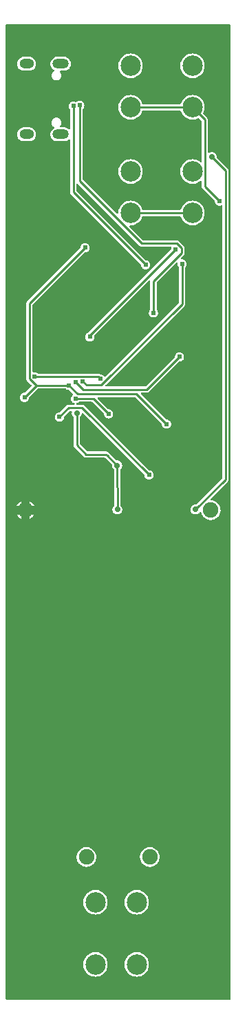
<source format=gbl>
G04 Layer: BottomLayer*
G04 EasyEDA v6.5.47, 2024-12-16 18:16:38*
G04 268b8e850bac467aae997c2779a4d6d9,381f0eae51a44e099b53e3fe18832c3b,10*
G04 Gerber Generator version 0.2*
G04 Scale: 100 percent, Rotated: No, Reflected: No *
G04 Dimensions in millimeters *
G04 leading zeros omitted , absolute positions ,4 integer and 5 decimal *
%FSLAX45Y45*%
%MOMM*%

%ADD10C,0.2540*%
%ADD11C,2.5000*%
%ADD12C,1.9000*%
%ADD13O,1.9999959999999999X1.1999976*%
%ADD14O,1.7999964X1.1999976*%
%ADD15C,0.7110*%
%ADD16C,0.6096*%
%ADD17C,0.0153*%

%LPD*%
G36*
X734568Y127508D02*
G01*
X730656Y128270D01*
X727405Y130505D01*
X725170Y133756D01*
X724408Y137668D01*
X724408Y12067032D01*
X725170Y12070943D01*
X727405Y12074194D01*
X730656Y12076430D01*
X734568Y12077192D01*
X3481832Y12077192D01*
X3485743Y12076430D01*
X3488994Y12074194D01*
X3491229Y12070943D01*
X3491992Y12067032D01*
X3491992Y137668D01*
X3491229Y133756D01*
X3488994Y130505D01*
X3485743Y128270D01*
X3481832Y127508D01*
G37*

%LPC*%
G36*
X1828800Y407924D02*
G01*
X1845716Y408838D01*
X1862378Y411683D01*
X1878634Y416356D01*
X1894281Y422859D01*
X1909064Y431038D01*
X1922881Y440842D01*
X1935480Y452120D01*
X1946757Y464718D01*
X1956562Y478535D01*
X1964740Y493318D01*
X1971243Y508965D01*
X1975916Y525221D01*
X1978761Y541883D01*
X1979675Y558800D01*
X1978761Y575716D01*
X1975916Y592378D01*
X1971243Y608634D01*
X1964740Y624281D01*
X1956562Y639064D01*
X1946757Y652881D01*
X1935480Y665480D01*
X1922881Y676757D01*
X1909064Y686562D01*
X1894281Y694740D01*
X1878634Y701243D01*
X1862378Y705916D01*
X1845716Y708761D01*
X1828800Y709676D01*
X1811883Y708761D01*
X1795221Y705916D01*
X1778965Y701243D01*
X1763318Y694740D01*
X1748536Y686562D01*
X1734718Y676757D01*
X1722120Y665480D01*
X1710842Y652881D01*
X1701038Y639064D01*
X1692859Y624281D01*
X1686356Y608634D01*
X1681683Y592378D01*
X1678838Y575716D01*
X1677924Y558800D01*
X1678838Y541883D01*
X1681683Y525221D01*
X1686356Y508965D01*
X1692859Y493318D01*
X1701038Y478535D01*
X1710842Y464718D01*
X1722120Y452120D01*
X1734718Y440842D01*
X1748536Y431038D01*
X1763318Y422859D01*
X1778965Y416356D01*
X1795221Y411683D01*
X1811883Y408838D01*
G37*
G36*
X2336800Y407924D02*
G01*
X2353716Y408838D01*
X2370378Y411683D01*
X2386634Y416356D01*
X2402281Y422859D01*
X2417064Y431038D01*
X2430881Y440842D01*
X2443480Y452120D01*
X2454757Y464718D01*
X2464562Y478535D01*
X2472740Y493318D01*
X2479243Y508965D01*
X2483916Y525221D01*
X2486761Y541883D01*
X2487676Y558800D01*
X2486761Y575716D01*
X2483916Y592378D01*
X2479243Y608634D01*
X2472740Y624281D01*
X2464562Y639064D01*
X2454757Y652881D01*
X2443480Y665480D01*
X2430881Y676757D01*
X2417064Y686562D01*
X2402281Y694740D01*
X2386634Y701243D01*
X2370378Y705916D01*
X2353716Y708761D01*
X2336800Y709676D01*
X2319883Y708761D01*
X2303221Y705916D01*
X2286965Y701243D01*
X2271318Y694740D01*
X2256536Y686562D01*
X2242718Y676757D01*
X2230120Y665480D01*
X2218842Y652881D01*
X2209038Y639064D01*
X2200859Y624281D01*
X2194356Y608634D01*
X2189683Y592378D01*
X2186838Y575716D01*
X2185924Y558800D01*
X2186838Y541883D01*
X2189683Y525221D01*
X2194356Y508965D01*
X2200859Y493318D01*
X2209038Y478535D01*
X2218842Y464718D01*
X2230120Y452120D01*
X2242718Y440842D01*
X2256536Y431038D01*
X2271318Y422859D01*
X2286965Y416356D01*
X2303221Y411683D01*
X2319883Y408838D01*
G37*
G36*
X1828800Y1169924D02*
G01*
X1845716Y1170838D01*
X1862378Y1173683D01*
X1878634Y1178356D01*
X1894281Y1184859D01*
X1909064Y1193038D01*
X1922881Y1202842D01*
X1935480Y1214120D01*
X1946757Y1226718D01*
X1956562Y1240536D01*
X1964740Y1255318D01*
X1971243Y1270965D01*
X1975916Y1287221D01*
X1978761Y1303883D01*
X1979675Y1320800D01*
X1978761Y1337716D01*
X1975916Y1354378D01*
X1971243Y1370634D01*
X1964740Y1386281D01*
X1956562Y1401064D01*
X1946757Y1414881D01*
X1935480Y1427480D01*
X1922881Y1438757D01*
X1909064Y1448562D01*
X1894281Y1456740D01*
X1878634Y1463243D01*
X1862378Y1467916D01*
X1845716Y1470761D01*
X1828800Y1471676D01*
X1811883Y1470761D01*
X1795221Y1467916D01*
X1778965Y1463243D01*
X1763318Y1456740D01*
X1748536Y1448562D01*
X1734718Y1438757D01*
X1722120Y1427480D01*
X1710842Y1414881D01*
X1701038Y1401064D01*
X1692859Y1386281D01*
X1686356Y1370634D01*
X1681683Y1354378D01*
X1678838Y1337716D01*
X1677924Y1320800D01*
X1678838Y1303883D01*
X1681683Y1287221D01*
X1686356Y1270965D01*
X1692859Y1255318D01*
X1701038Y1240536D01*
X1710842Y1226718D01*
X1722120Y1214120D01*
X1734718Y1202842D01*
X1748536Y1193038D01*
X1763318Y1184859D01*
X1778965Y1178356D01*
X1795221Y1173683D01*
X1811883Y1170838D01*
G37*
G36*
X2336800Y1169924D02*
G01*
X2353716Y1170838D01*
X2370378Y1173683D01*
X2386634Y1178356D01*
X2402281Y1184859D01*
X2417064Y1193038D01*
X2430881Y1202842D01*
X2443480Y1214120D01*
X2454757Y1226718D01*
X2464562Y1240536D01*
X2472740Y1255318D01*
X2479243Y1270965D01*
X2483916Y1287221D01*
X2486761Y1303883D01*
X2487676Y1320800D01*
X2486761Y1337716D01*
X2483916Y1354378D01*
X2479243Y1370634D01*
X2472740Y1386281D01*
X2464562Y1401064D01*
X2454757Y1414881D01*
X2443480Y1427480D01*
X2430881Y1438757D01*
X2417064Y1448562D01*
X2402281Y1456740D01*
X2386634Y1463243D01*
X2370378Y1467916D01*
X2353716Y1470761D01*
X2336800Y1471676D01*
X2319883Y1470761D01*
X2303221Y1467916D01*
X2286965Y1463243D01*
X2271318Y1456740D01*
X2256536Y1448562D01*
X2242718Y1438757D01*
X2230120Y1427480D01*
X2218842Y1414881D01*
X2209038Y1401064D01*
X2200859Y1386281D01*
X2194356Y1370634D01*
X2189683Y1354378D01*
X2186838Y1337716D01*
X2185924Y1320800D01*
X2186838Y1303883D01*
X2189683Y1287221D01*
X2194356Y1270965D01*
X2200859Y1255318D01*
X2209038Y1240536D01*
X2218842Y1226718D01*
X2230120Y1214120D01*
X2242718Y1202842D01*
X2256536Y1193038D01*
X2271318Y1184859D01*
X2286965Y1178356D01*
X2303221Y1173683D01*
X2319883Y1170838D01*
G37*
G36*
X1710740Y1754835D02*
G01*
X1725625Y1754835D01*
X1740407Y1756664D01*
X1754835Y1760321D01*
X1768703Y1765706D01*
X1781810Y1772716D01*
X1794002Y1781302D01*
X1804974Y1791360D01*
X1814677Y1802638D01*
X1822907Y1815084D01*
X1829511Y1828393D01*
X1834489Y1842414D01*
X1837639Y1856943D01*
X1839010Y1871776D01*
X1838553Y1886661D01*
X1836267Y1901393D01*
X1832203Y1915668D01*
X1826412Y1929384D01*
X1818944Y1942287D01*
X1810004Y1954174D01*
X1799640Y1964842D01*
X1788058Y1974189D01*
X1775358Y1982012D01*
X1761845Y1988210D01*
X1747672Y1992731D01*
X1733042Y1995474D01*
X1718208Y1996389D01*
X1703324Y1995474D01*
X1688693Y1992731D01*
X1674520Y1988210D01*
X1661007Y1982012D01*
X1648358Y1974189D01*
X1636725Y1964842D01*
X1626412Y1954174D01*
X1617421Y1942287D01*
X1609953Y1929384D01*
X1604162Y1915668D01*
X1600098Y1901393D01*
X1597812Y1886661D01*
X1597355Y1871776D01*
X1598726Y1856943D01*
X1601927Y1842414D01*
X1606854Y1828393D01*
X1613509Y1815084D01*
X1621739Y1802638D01*
X1631391Y1791360D01*
X1642414Y1781302D01*
X1654556Y1772716D01*
X1667662Y1765706D01*
X1681530Y1760321D01*
X1695957Y1756664D01*
G37*
G36*
X2490724Y1754835D02*
G01*
X2505608Y1754835D01*
X2520391Y1756664D01*
X2534818Y1760321D01*
X2548737Y1765706D01*
X2561844Y1772716D01*
X2573985Y1781302D01*
X2584958Y1791360D01*
X2594660Y1802638D01*
X2602890Y1815084D01*
X2609494Y1828393D01*
X2614472Y1842414D01*
X2617622Y1856943D01*
X2619044Y1871776D01*
X2618536Y1886661D01*
X2616301Y1901393D01*
X2612186Y1915668D01*
X2606395Y1929384D01*
X2598978Y1942287D01*
X2589987Y1954174D01*
X2579624Y1964842D01*
X2568041Y1974189D01*
X2555392Y1982012D01*
X2541879Y1988210D01*
X2527655Y1992731D01*
X2513025Y1995474D01*
X2498191Y1996389D01*
X2483358Y1995474D01*
X2468727Y1992731D01*
X2454503Y1988210D01*
X2440990Y1982012D01*
X2428341Y1974189D01*
X2416759Y1964842D01*
X2406396Y1954174D01*
X2397404Y1942287D01*
X2389987Y1929384D01*
X2384196Y1915668D01*
X2380081Y1901393D01*
X2377795Y1886661D01*
X2377338Y1871776D01*
X2378710Y1856943D01*
X2381910Y1842414D01*
X2386838Y1828393D01*
X2393492Y1815084D01*
X2401722Y1802638D01*
X2411425Y1791360D01*
X2422398Y1781302D01*
X2434539Y1772716D01*
X2447645Y1765706D01*
X2461564Y1760321D01*
X2475992Y1756664D01*
G37*
G36*
X3240735Y6004864D02*
G01*
X3255619Y6004864D01*
X3270402Y6006693D01*
X3284829Y6010300D01*
X3298698Y6015685D01*
X3311804Y6022746D01*
X3323996Y6031331D01*
X3334969Y6041339D01*
X3344672Y6052667D01*
X3352901Y6065062D01*
X3359505Y6078372D01*
X3364484Y6092444D01*
X3367633Y6106972D01*
X3369005Y6121806D01*
X3368548Y6136640D01*
X3366262Y6151372D01*
X3362198Y6165697D01*
X3356406Y6179413D01*
X3348939Y6192266D01*
X3339998Y6204153D01*
X3329635Y6214872D01*
X3318052Y6224168D01*
X3305403Y6231991D01*
X3291840Y6238240D01*
X3277666Y6242761D01*
X3263036Y6245504D01*
X3251301Y6246215D01*
X3247542Y6247180D01*
X3244443Y6249466D01*
X3242411Y6252768D01*
X3241751Y6256578D01*
X3242564Y6260338D01*
X3244748Y6263538D01*
X3455924Y6474764D01*
X3461054Y6480962D01*
X3464610Y6487668D01*
X3466795Y6494881D01*
X3467608Y6502907D01*
X3467608Y10284206D01*
X3466846Y10292181D01*
X3464610Y10299446D01*
X3461054Y10306100D01*
X3455974Y10312349D01*
X3326993Y10441533D01*
X3324656Y10445191D01*
X3324047Y10449509D01*
X3324199Y10450931D01*
X3323336Y10461091D01*
X3320846Y10470896D01*
X3316782Y10480192D01*
X3311245Y10488676D01*
X3304336Y10496143D01*
X3296361Y10502392D01*
X3287420Y10507218D01*
X3277819Y10510520D01*
X3267811Y10512145D01*
X3257702Y10512145D01*
X3247694Y10510520D01*
X3238093Y10507218D01*
X3229305Y10502442D01*
X3225292Y10501274D01*
X3221177Y10501782D01*
X3217570Y10503916D01*
X3215132Y10507319D01*
X3214319Y10511383D01*
X3214319Y10908131D01*
X3213506Y10916158D01*
X3211322Y10923371D01*
X3207766Y10930026D01*
X3202635Y10936274D01*
X3158286Y10980623D01*
X3155950Y10984230D01*
X3155340Y10988548D01*
X3156610Y10992713D01*
X3158540Y10996218D01*
X3165043Y11011865D01*
X3169716Y11028121D01*
X3172561Y11044783D01*
X3173476Y11061700D01*
X3172561Y11078616D01*
X3169716Y11095278D01*
X3165043Y11111534D01*
X3158540Y11127181D01*
X3150362Y11141964D01*
X3140557Y11155781D01*
X3129280Y11168380D01*
X3116681Y11179657D01*
X3102864Y11189462D01*
X3088081Y11197640D01*
X3072434Y11204143D01*
X3056178Y11208816D01*
X3039516Y11211661D01*
X3022600Y11212576D01*
X3005683Y11211661D01*
X2989021Y11208816D01*
X2972765Y11204143D01*
X2957118Y11197640D01*
X2942336Y11189462D01*
X2928518Y11179657D01*
X2915920Y11168380D01*
X2904642Y11155781D01*
X2894838Y11141964D01*
X2886659Y11127181D01*
X2880156Y11111534D01*
X2879039Y11107674D01*
X2877007Y11103864D01*
X2873552Y11101222D01*
X2869285Y11100308D01*
X2413914Y11100308D01*
X2409647Y11101222D01*
X2406192Y11103864D01*
X2404160Y11107674D01*
X2403043Y11111534D01*
X2396540Y11127181D01*
X2388362Y11141964D01*
X2378557Y11155781D01*
X2367280Y11168380D01*
X2354681Y11179657D01*
X2340864Y11189462D01*
X2326081Y11197640D01*
X2310434Y11204143D01*
X2294178Y11208816D01*
X2277516Y11211661D01*
X2260600Y11212576D01*
X2243683Y11211661D01*
X2227021Y11208816D01*
X2210765Y11204143D01*
X2195118Y11197640D01*
X2180336Y11189462D01*
X2166518Y11179657D01*
X2153920Y11168380D01*
X2142642Y11155781D01*
X2132838Y11141964D01*
X2124659Y11127181D01*
X2118156Y11111534D01*
X2113483Y11095278D01*
X2110638Y11078616D01*
X2109724Y11061700D01*
X2110638Y11044783D01*
X2113483Y11028121D01*
X2118156Y11011865D01*
X2124659Y10996218D01*
X2132838Y10981436D01*
X2142642Y10967618D01*
X2153920Y10955020D01*
X2166518Y10943742D01*
X2180336Y10933938D01*
X2195118Y10925759D01*
X2210765Y10919256D01*
X2227021Y10914583D01*
X2243683Y10911738D01*
X2260600Y10910824D01*
X2277516Y10911738D01*
X2294178Y10914583D01*
X2310434Y10919256D01*
X2326081Y10925759D01*
X2340864Y10933938D01*
X2354681Y10943742D01*
X2367280Y10955020D01*
X2378557Y10967618D01*
X2388362Y10981436D01*
X2396540Y10996218D01*
X2403043Y11011865D01*
X2404160Y11015726D01*
X2406192Y11019536D01*
X2409647Y11022177D01*
X2413914Y11023092D01*
X2869285Y11023092D01*
X2873552Y11022177D01*
X2877007Y11019536D01*
X2879039Y11015726D01*
X2880156Y11011865D01*
X2886659Y10996218D01*
X2894838Y10981436D01*
X2904642Y10967618D01*
X2915920Y10955020D01*
X2928518Y10943742D01*
X2942336Y10933938D01*
X2957118Y10925759D01*
X2972765Y10919256D01*
X2989021Y10914583D01*
X3005683Y10911738D01*
X3022600Y10910824D01*
X3039516Y10911738D01*
X3056178Y10914583D01*
X3072434Y10919256D01*
X3088081Y10925759D01*
X3091586Y10927689D01*
X3095752Y10928959D01*
X3100070Y10928350D01*
X3103727Y10926013D01*
X3134106Y10895584D01*
X3136290Y10892282D01*
X3137103Y10888421D01*
X3137103Y10396728D01*
X3136341Y10392968D01*
X3134258Y10389717D01*
X3131058Y10387482D01*
X3127298Y10386568D01*
X3123488Y10387177D01*
X3120136Y10389158D01*
X3116681Y10392257D01*
X3102864Y10402062D01*
X3088081Y10410240D01*
X3072434Y10416743D01*
X3056178Y10421416D01*
X3039516Y10424261D01*
X3022600Y10425176D01*
X3005683Y10424261D01*
X2989021Y10421416D01*
X2972765Y10416743D01*
X2957118Y10410240D01*
X2942336Y10402062D01*
X2928518Y10392257D01*
X2915920Y10380980D01*
X2904642Y10368381D01*
X2894838Y10354564D01*
X2886659Y10339781D01*
X2880156Y10324134D01*
X2875483Y10307878D01*
X2872638Y10291216D01*
X2871724Y10274300D01*
X2872638Y10257383D01*
X2875483Y10240721D01*
X2880156Y10224465D01*
X2886659Y10208818D01*
X2894838Y10194036D01*
X2904642Y10180218D01*
X2915920Y10167620D01*
X2928518Y10156342D01*
X2942336Y10146538D01*
X2957118Y10138359D01*
X2972765Y10131856D01*
X2989021Y10127183D01*
X3005683Y10124338D01*
X3022600Y10123424D01*
X3039516Y10124338D01*
X3056178Y10127183D01*
X3072434Y10131856D01*
X3088081Y10138359D01*
X3102864Y10146538D01*
X3116681Y10156342D01*
X3120136Y10159441D01*
X3123488Y10161422D01*
X3127298Y10162032D01*
X3131058Y10161117D01*
X3134258Y10158882D01*
X3136341Y10155631D01*
X3137103Y10151872D01*
X3137103Y10092182D01*
X3137865Y10084155D01*
X3140049Y10076942D01*
X3143605Y10070287D01*
X3148736Y10064038D01*
X3295904Y9916871D01*
X3297936Y9913975D01*
X3298850Y9910572D01*
X3299561Y9902545D01*
X3302101Y9893046D01*
X3306267Y9884156D01*
X3311906Y9876078D01*
X3318814Y9869170D01*
X3326892Y9863531D01*
X3335782Y9859365D01*
X3345281Y9856825D01*
X3355086Y9855962D01*
X3364839Y9856825D01*
X3374339Y9859365D01*
X3375914Y9860127D01*
X3379876Y9861092D01*
X3383889Y9860381D01*
X3387293Y9858197D01*
X3389579Y9854895D01*
X3390392Y9850932D01*
X3390392Y6522618D01*
X3389629Y6518706D01*
X3387394Y6515404D01*
X3070301Y6198311D01*
X3066999Y6196076D01*
X3063087Y6195314D01*
X3055620Y6195314D01*
X3045612Y6193637D01*
X3036011Y6190335D01*
X3027121Y6185509D01*
X3019094Y6179312D01*
X3012236Y6171844D01*
X3006699Y6163310D01*
X3002584Y6154064D01*
X3000095Y6144209D01*
X2999282Y6134100D01*
X3000095Y6123990D01*
X3002584Y6114135D01*
X3006699Y6104890D01*
X3012236Y6096355D01*
X3019094Y6088888D01*
X3027121Y6082690D01*
X3036011Y6077864D01*
X3045612Y6074562D01*
X3055620Y6072886D01*
X3065780Y6072886D01*
X3075787Y6074562D01*
X3085388Y6077864D01*
X3094278Y6082690D01*
X3102305Y6088888D01*
X3109163Y6096355D01*
X3112312Y6101181D01*
X3115056Y6104026D01*
X3118713Y6105550D01*
X3122676Y6105601D01*
X3126333Y6104178D01*
X3129178Y6101435D01*
X3130753Y6097778D01*
X3131921Y6092444D01*
X3136849Y6078372D01*
X3143504Y6065062D01*
X3151733Y6052667D01*
X3161385Y6041339D01*
X3172409Y6031331D01*
X3184550Y6022746D01*
X3197656Y6015685D01*
X3211525Y6010300D01*
X3225952Y6006693D01*
G37*
G36*
X1022045Y6017463D02*
G01*
X1031849Y6022746D01*
X1043990Y6031331D01*
X1054963Y6041339D01*
X1064666Y6052667D01*
X1072896Y6065062D01*
X1076147Y6071666D01*
X1022045Y6071666D01*
G37*
G36*
X914349Y6017463D02*
G01*
X914349Y6071666D01*
X860196Y6071666D01*
X863498Y6065062D01*
X871728Y6052667D01*
X881380Y6041339D01*
X892403Y6031331D01*
X904544Y6022746D01*
G37*
G36*
X2093925Y6072886D02*
G01*
X2104034Y6072886D01*
X2114042Y6074562D01*
X2123643Y6077864D01*
X2132584Y6082690D01*
X2140559Y6088888D01*
X2147468Y6096355D01*
X2153005Y6104890D01*
X2157069Y6114135D01*
X2159558Y6123990D01*
X2160422Y6134100D01*
X2159558Y6144209D01*
X2157069Y6154064D01*
X2153005Y6163310D01*
X2147468Y6171844D01*
X2140153Y6179718D01*
X2138172Y6182918D01*
X2137511Y6186576D01*
X2136038Y6621830D01*
X2136749Y6625539D01*
X2138730Y6628739D01*
X2145690Y6636258D01*
X2151227Y6644792D01*
X2155342Y6654038D01*
X2157831Y6663893D01*
X2158644Y6674002D01*
X2157831Y6684111D01*
X2155342Y6693966D01*
X2151227Y6703212D01*
X2145690Y6711746D01*
X2138832Y6719214D01*
X2130806Y6725412D01*
X2121916Y6730238D01*
X2112314Y6733540D01*
X2102307Y6735216D01*
X2094839Y6735216D01*
X2090928Y6735978D01*
X2087625Y6738213D01*
X2003094Y6822694D01*
X1996338Y6827774D01*
X1976272Y6839966D01*
X1969007Y6843420D01*
X1961540Y6845350D01*
X1955393Y6845808D01*
X1734718Y6845808D01*
X1730806Y6846570D01*
X1727504Y6848805D01*
X1641805Y6934504D01*
X1639570Y6937806D01*
X1638807Y6941718D01*
X1638807Y7262774D01*
X1639519Y7266482D01*
X1641500Y7269683D01*
X1648663Y7277455D01*
X1654200Y7285990D01*
X1658315Y7295235D01*
X1660804Y7305090D01*
X1660956Y7307325D01*
X1662023Y7310983D01*
X1664309Y7314031D01*
X1667611Y7316012D01*
X1671370Y7316622D01*
X1675130Y7315809D01*
X1678279Y7313675D01*
X2429713Y6562191D01*
X2431745Y6559296D01*
X2432659Y6555892D01*
X2433370Y6547866D01*
X2435910Y6538417D01*
X2440076Y6529476D01*
X2445715Y6521450D01*
X2452624Y6514490D01*
X2460701Y6508851D01*
X2469591Y6504736D01*
X2479090Y6502196D01*
X2488895Y6501333D01*
X2498648Y6502196D01*
X2508148Y6504736D01*
X2517038Y6508851D01*
X2525115Y6514490D01*
X2532024Y6521450D01*
X2537663Y6529476D01*
X2541828Y6538417D01*
X2544368Y6547866D01*
X2545232Y6557670D01*
X2544368Y6567474D01*
X2541828Y6576923D01*
X2537663Y6585864D01*
X2532024Y6593890D01*
X2525115Y6600850D01*
X2517038Y6606489D01*
X2508148Y6610603D01*
X2498648Y6613144D01*
X2490622Y6613855D01*
X2487218Y6614769D01*
X2484323Y6616801D01*
X1694332Y7406792D01*
X1688134Y7411923D01*
X1681480Y7415479D01*
X1674215Y7417663D01*
X1666189Y7418425D01*
X1602994Y7418425D01*
X1598930Y7419289D01*
X1595526Y7421676D01*
X1593392Y7425232D01*
X1592884Y7429347D01*
X1594002Y7433360D01*
X1596644Y7436561D01*
X1600352Y7438440D01*
X1602638Y7439050D01*
X1611528Y7443165D01*
X1619605Y7448803D01*
X1621180Y7450378D01*
X1624482Y7452614D01*
X1628343Y7453375D01*
X1784908Y7453375D01*
X1788769Y7452614D01*
X1792071Y7450378D01*
X1932127Y7310323D01*
X1934159Y7307427D01*
X1935073Y7304024D01*
X1935784Y7295997D01*
X1938324Y7286548D01*
X1942490Y7277608D01*
X1948129Y7269581D01*
X1955038Y7262622D01*
X1963115Y7256983D01*
X1972005Y7252868D01*
X1981504Y7250328D01*
X1991309Y7249464D01*
X2001062Y7250328D01*
X2010562Y7252868D01*
X2019452Y7256983D01*
X2027529Y7262622D01*
X2034438Y7269581D01*
X2040077Y7277608D01*
X2044242Y7286548D01*
X2046782Y7295997D01*
X2047646Y7305802D01*
X2046782Y7315606D01*
X2044242Y7325055D01*
X2040077Y7333996D01*
X2034438Y7342022D01*
X2027529Y7348981D01*
X2019452Y7354620D01*
X2010562Y7358735D01*
X2001062Y7361275D01*
X1993036Y7361986D01*
X1989632Y7362901D01*
X1986737Y7364933D01*
X1857095Y7494625D01*
X1854860Y7497876D01*
X1854098Y7501788D01*
X1854860Y7505700D01*
X1857095Y7508951D01*
X1860397Y7511186D01*
X1864258Y7511948D01*
X2313990Y7511948D01*
X2317851Y7511186D01*
X2321153Y7508951D01*
X2644902Y7185253D01*
X2646934Y7182358D01*
X2647848Y7178954D01*
X2648559Y7170928D01*
X2651099Y7161428D01*
X2655214Y7152538D01*
X2660853Y7144461D01*
X2667812Y7137552D01*
X2675839Y7131913D01*
X2684780Y7127748D01*
X2694228Y7125208D01*
X2704033Y7124344D01*
X2713837Y7125208D01*
X2723286Y7127748D01*
X2732227Y7131913D01*
X2740253Y7137552D01*
X2747213Y7144461D01*
X2752852Y7152538D01*
X2756966Y7161428D01*
X2759506Y7170928D01*
X2760370Y7180681D01*
X2759506Y7190486D01*
X2756966Y7199985D01*
X2752852Y7208875D01*
X2747213Y7216952D01*
X2740253Y7223861D01*
X2732227Y7229500D01*
X2723286Y7233666D01*
X2713837Y7236206D01*
X2705811Y7236917D01*
X2702407Y7237831D01*
X2699512Y7239863D01*
X2391206Y7548118D01*
X2389022Y7551420D01*
X2388260Y7555280D01*
X2389022Y7559192D01*
X2391206Y7562494D01*
X2394508Y7564678D01*
X2398420Y7565440D01*
X2461361Y7565440D01*
X2469388Y7566253D01*
X2476652Y7568438D01*
X2483307Y7571994D01*
X2489504Y7577124D01*
X2858465Y7946085D01*
X2861360Y7948117D01*
X2864764Y7949031D01*
X2872790Y7949742D01*
X2882290Y7952282D01*
X2891180Y7956397D01*
X2899257Y7962036D01*
X2906166Y7968996D01*
X2911805Y7977022D01*
X2915970Y7985963D01*
X2918510Y7995412D01*
X2919374Y8005216D01*
X2918510Y8015020D01*
X2915970Y8024469D01*
X2911805Y8033410D01*
X2906166Y8041436D01*
X2899257Y8048396D01*
X2891180Y8054035D01*
X2882290Y8058150D01*
X2872790Y8060690D01*
X2862986Y8061553D01*
X2853232Y8060690D01*
X2843733Y8058150D01*
X2834843Y8054035D01*
X2826766Y8048396D01*
X2819857Y8041436D01*
X2814218Y8033410D01*
X2810052Y8024469D01*
X2807512Y8015020D01*
X2806801Y8006994D01*
X2805887Y8003590D01*
X2803855Y8000695D01*
X2448864Y7645653D01*
X2445562Y7643469D01*
X2441651Y7642656D01*
X1964182Y7642656D01*
X1960270Y7643469D01*
X1956968Y7645653D01*
X1954784Y7648956D01*
X1954022Y7652816D01*
X1954784Y7656728D01*
X1956968Y7660030D01*
X2922524Y8625586D01*
X2927654Y8631783D01*
X2931210Y8638489D01*
X2933395Y8645702D01*
X2934208Y8653729D01*
X2934208Y9098280D01*
X2934970Y9102191D01*
X2937154Y9105442D01*
X2938780Y9107068D01*
X2944418Y9115094D01*
X2948533Y9124035D01*
X2951073Y9133484D01*
X2951937Y9143288D01*
X2951073Y9153093D01*
X2948533Y9162542D01*
X2944418Y9171482D01*
X2938780Y9179509D01*
X2931820Y9186468D01*
X2923794Y9192107D01*
X2914853Y9196222D01*
X2905404Y9198762D01*
X2895600Y9199626D01*
X2891282Y9199270D01*
X2887218Y9199727D01*
X2883662Y9201810D01*
X2881172Y9205112D01*
X2880258Y9209074D01*
X2880969Y9213138D01*
X2883204Y9216542D01*
X2913888Y9247225D01*
X2919018Y9253474D01*
X2922574Y9260128D01*
X2924759Y9267342D01*
X2925572Y9275368D01*
X2925572Y9336176D01*
X2924759Y9344202D01*
X2922574Y9351416D01*
X2919018Y9358071D01*
X2913888Y9364319D01*
X2859024Y9419132D01*
X2852826Y9424263D01*
X2846171Y9427819D01*
X2838907Y9430004D01*
X2830880Y9430816D01*
X2422601Y9430816D01*
X2418689Y9431578D01*
X2415387Y9433814D01*
X2250998Y9598202D01*
X2248763Y9601555D01*
X2248052Y9605568D01*
X2248916Y9609531D01*
X2251303Y9612833D01*
X2254758Y9614916D01*
X2258771Y9615525D01*
X2260600Y9615424D01*
X2277516Y9616338D01*
X2294178Y9619183D01*
X2310434Y9623856D01*
X2326081Y9630359D01*
X2340864Y9638538D01*
X2354681Y9648342D01*
X2367280Y9659620D01*
X2378557Y9672218D01*
X2388362Y9686036D01*
X2396540Y9700818D01*
X2403043Y9716465D01*
X2404160Y9720326D01*
X2406192Y9724136D01*
X2409647Y9726777D01*
X2413914Y9727692D01*
X2869285Y9727692D01*
X2873552Y9726777D01*
X2877007Y9724136D01*
X2879039Y9720326D01*
X2880156Y9716465D01*
X2886659Y9700818D01*
X2894838Y9686036D01*
X2904642Y9672218D01*
X2915920Y9659620D01*
X2928518Y9648342D01*
X2942336Y9638538D01*
X2957118Y9630359D01*
X2972765Y9623856D01*
X2989021Y9619183D01*
X3005683Y9616338D01*
X3022600Y9615424D01*
X3039516Y9616338D01*
X3056178Y9619183D01*
X3072434Y9623856D01*
X3088081Y9630359D01*
X3102864Y9638538D01*
X3116681Y9648342D01*
X3129280Y9659620D01*
X3140557Y9672218D01*
X3150362Y9686036D01*
X3158540Y9700818D01*
X3165043Y9716465D01*
X3169716Y9732721D01*
X3172561Y9749383D01*
X3173476Y9766300D01*
X3172561Y9783216D01*
X3169716Y9799878D01*
X3165043Y9816134D01*
X3158540Y9831781D01*
X3150362Y9846564D01*
X3140557Y9860381D01*
X3129280Y9872980D01*
X3116681Y9884257D01*
X3102864Y9894062D01*
X3088081Y9902240D01*
X3072434Y9908743D01*
X3056178Y9913416D01*
X3039516Y9916261D01*
X3022600Y9917176D01*
X3005683Y9916261D01*
X2989021Y9913416D01*
X2972765Y9908743D01*
X2957118Y9902240D01*
X2942336Y9894062D01*
X2928518Y9884257D01*
X2915920Y9872980D01*
X2904642Y9860381D01*
X2894838Y9846564D01*
X2886659Y9831781D01*
X2880156Y9816134D01*
X2879039Y9812274D01*
X2877007Y9808464D01*
X2873552Y9805822D01*
X2869285Y9804908D01*
X2413914Y9804908D01*
X2409647Y9805822D01*
X2406192Y9808464D01*
X2404160Y9812274D01*
X2403043Y9816134D01*
X2396540Y9831781D01*
X2388362Y9846564D01*
X2378557Y9860381D01*
X2367280Y9872980D01*
X2354681Y9884257D01*
X2340864Y9894062D01*
X2326081Y9902240D01*
X2310434Y9908743D01*
X2294178Y9913416D01*
X2277516Y9916261D01*
X2260600Y9917176D01*
X2243683Y9916261D01*
X2227021Y9913416D01*
X2210765Y9908743D01*
X2195118Y9902240D01*
X2180336Y9894062D01*
X2166518Y9884257D01*
X2153920Y9872980D01*
X2142642Y9860381D01*
X2132838Y9846564D01*
X2124659Y9831781D01*
X2118156Y9816134D01*
X2113483Y9799878D01*
X2110638Y9783216D01*
X2109724Y9766300D01*
X2109825Y9764471D01*
X2109216Y9760458D01*
X2107133Y9757003D01*
X2103831Y9754616D01*
X2099868Y9753752D01*
X2095855Y9754463D01*
X2092502Y9756698D01*
X1677822Y10171379D01*
X1675587Y10174681D01*
X1674825Y10178592D01*
X1674825Y11042396D01*
X1675587Y11046307D01*
X1677822Y11049609D01*
X1679397Y11051184D01*
X1685036Y11059210D01*
X1689150Y11068151D01*
X1691690Y11077600D01*
X1692554Y11087404D01*
X1691690Y11097209D01*
X1689150Y11106658D01*
X1685036Y11115598D01*
X1679397Y11123625D01*
X1672437Y11130584D01*
X1664411Y11136223D01*
X1655470Y11140338D01*
X1646021Y11142878D01*
X1636217Y11143742D01*
X1626412Y11142878D01*
X1616964Y11140338D01*
X1608023Y11136223D01*
X1599895Y11130483D01*
X1598015Y11128705D01*
X1594612Y11126571D01*
X1590598Y11125911D01*
X1586687Y11126876D01*
X1576984Y11131397D01*
X1567535Y11133937D01*
X1557731Y11134801D01*
X1547926Y11133937D01*
X1538478Y11131397D01*
X1529537Y11127232D01*
X1521510Y11121593D01*
X1514551Y11114684D01*
X1508912Y11106607D01*
X1504797Y11097717D01*
X1502257Y11088217D01*
X1501394Y11078413D01*
X1502257Y11068659D01*
X1504797Y11059160D01*
X1508912Y11050270D01*
X1514551Y11042192D01*
X1516126Y11040618D01*
X1518361Y11037316D01*
X1519123Y11033455D01*
X1519123Y10799064D01*
X1518361Y10795152D01*
X1516126Y10791850D01*
X1512874Y10789666D01*
X1508963Y10788904D01*
X1505102Y10789666D01*
X1501800Y10791850D01*
X1497939Y10795711D01*
X1488135Y10803026D01*
X1477365Y10808919D01*
X1465884Y10813186D01*
X1453946Y10815777D01*
X1441348Y10816691D01*
X1402334Y10816691D01*
X1398524Y10817453D01*
X1395222Y10819587D01*
X1393037Y10822787D01*
X1392174Y10826597D01*
X1392834Y10830407D01*
X1394866Y10833760D01*
X1397762Y10836859D01*
X1403248Y10845292D01*
X1407261Y10854486D01*
X1409750Y10864240D01*
X1410563Y10874248D01*
X1409750Y10884306D01*
X1407261Y10894060D01*
X1403248Y10903254D01*
X1397762Y10911687D01*
X1390954Y10919053D01*
X1382979Y10925251D01*
X1374140Y10930026D01*
X1364640Y10933277D01*
X1354734Y10934954D01*
X1344676Y10934954D01*
X1334770Y10933277D01*
X1325270Y10930026D01*
X1316431Y10925251D01*
X1308455Y10919053D01*
X1301648Y10911687D01*
X1296162Y10903254D01*
X1292148Y10894060D01*
X1289659Y10884306D01*
X1288846Y10874248D01*
X1289659Y10864240D01*
X1292148Y10854486D01*
X1296162Y10845292D01*
X1301648Y10836859D01*
X1308455Y10829493D01*
X1316431Y10823295D01*
X1318056Y10822432D01*
X1321308Y10819587D01*
X1323136Y10815675D01*
X1323136Y10811357D01*
X1321358Y10807395D01*
X1318056Y10804550D01*
X1315262Y10803026D01*
X1305458Y10795711D01*
X1296771Y10787024D01*
X1289456Y10777220D01*
X1283563Y10766450D01*
X1279296Y10754969D01*
X1276705Y10743031D01*
X1275842Y10730788D01*
X1276705Y10718546D01*
X1279296Y10706608D01*
X1283563Y10695127D01*
X1289456Y10684357D01*
X1296771Y10674553D01*
X1305458Y10665866D01*
X1315262Y10658551D01*
X1326032Y10652658D01*
X1337513Y10648391D01*
X1349502Y10645800D01*
X1362049Y10644886D01*
X1441348Y10644886D01*
X1453946Y10645800D01*
X1465884Y10648391D01*
X1477365Y10652658D01*
X1488135Y10658551D01*
X1497939Y10665866D01*
X1501800Y10669727D01*
X1505102Y10671911D01*
X1508963Y10672724D01*
X1512874Y10671911D01*
X1516126Y10669727D01*
X1518361Y10666425D01*
X1519123Y10662564D01*
X1519123Y10021773D01*
X1519936Y10013746D01*
X1522120Y10006533D01*
X1525676Y9999878D01*
X1530807Y9993630D01*
X2387650Y9136735D01*
X2389682Y9133840D01*
X2390597Y9130436D01*
X2391308Y9122410D01*
X2393848Y9112961D01*
X2398014Y9104020D01*
X2403652Y9095994D01*
X2410561Y9089034D01*
X2418638Y9083395D01*
X2427528Y9079280D01*
X2437028Y9076740D01*
X2446832Y9075877D01*
X2456586Y9076740D01*
X2466086Y9079280D01*
X2474976Y9083395D01*
X2483053Y9089034D01*
X2489962Y9095994D01*
X2495600Y9104020D01*
X2499766Y9112961D01*
X2502306Y9122410D01*
X2503170Y9132214D01*
X2502306Y9142018D01*
X2499766Y9151467D01*
X2495600Y9160408D01*
X2489962Y9168434D01*
X2483053Y9175394D01*
X2474976Y9181033D01*
X2466086Y9185148D01*
X2456586Y9187688D01*
X2448560Y9188399D01*
X2445156Y9189313D01*
X2442260Y9191345D01*
X1599336Y10034320D01*
X1597101Y10037622D01*
X1596339Y10041483D01*
X1596339Y10119106D01*
X1597101Y10123017D01*
X1599336Y10126319D01*
X1602638Y10128504D01*
X1606499Y10129266D01*
X1610410Y10128504D01*
X1613662Y10126319D01*
X2374747Y9365284D01*
X2380945Y9360154D01*
X2387650Y9356598D01*
X2394864Y9354413D01*
X2402890Y9353600D01*
X2753004Y9353600D01*
X2756611Y9352940D01*
X2759811Y9351010D01*
X2762046Y9348063D01*
X2763113Y9344507D01*
X2762808Y9340799D01*
X2760573Y9332417D01*
X2759862Y9324390D01*
X2758948Y9320987D01*
X2756916Y9318091D01*
X1741424Y8302650D01*
X1738528Y8300618D01*
X1732229Y8297672D01*
X1724152Y8292033D01*
X1717243Y8285073D01*
X1711604Y8277047D01*
X1707438Y8268106D01*
X1704898Y8258657D01*
X1704035Y8248853D01*
X1704898Y8239048D01*
X1707438Y8229600D01*
X1711604Y8220659D01*
X1717243Y8212632D01*
X1724152Y8205673D01*
X1732229Y8200034D01*
X1741119Y8195919D01*
X1750618Y8193379D01*
X1760423Y8192516D01*
X1770176Y8193379D01*
X1779676Y8195919D01*
X1788566Y8200034D01*
X1796643Y8205673D01*
X1803552Y8212632D01*
X1809191Y8220659D01*
X1813356Y8229600D01*
X1815896Y8239048D01*
X1816760Y8248853D01*
X1815896Y8258657D01*
X1815134Y8263788D01*
X1816049Y8267192D01*
X1818081Y8270087D01*
X2487320Y8939276D01*
X2490724Y8941562D01*
X2494838Y8942273D01*
X2498852Y8941308D01*
X2502103Y8938818D01*
X2504135Y8935212D01*
X2504541Y8930589D01*
X2504541Y8587638D01*
X2503779Y8583777D01*
X2501544Y8580475D01*
X2499969Y8578900D01*
X2494330Y8570823D01*
X2490216Y8561933D01*
X2487676Y8552434D01*
X2486812Y8542629D01*
X2487676Y8532876D01*
X2490216Y8523376D01*
X2494330Y8514486D01*
X2499969Y8506409D01*
X2506929Y8499500D01*
X2514955Y8493861D01*
X2523896Y8489696D01*
X2533345Y8487156D01*
X2543149Y8486292D01*
X2552954Y8487156D01*
X2562402Y8489696D01*
X2571343Y8493861D01*
X2579370Y8499500D01*
X2586329Y8506409D01*
X2591968Y8514486D01*
X2596083Y8523376D01*
X2598623Y8532876D01*
X2599486Y8542629D01*
X2598623Y8552434D01*
X2596083Y8561933D01*
X2591968Y8570823D01*
X2586329Y8578900D01*
X2584754Y8580475D01*
X2582519Y8583726D01*
X2581757Y8587638D01*
X2581757Y8910878D01*
X2582519Y8914790D01*
X2584754Y8918092D01*
X2822346Y9155684D01*
X2825750Y9157919D01*
X2829814Y9158630D01*
X2833776Y9157716D01*
X2837078Y9155226D01*
X2839161Y9151670D01*
X2839618Y9147606D01*
X2839262Y9143288D01*
X2840126Y9133484D01*
X2842666Y9124035D01*
X2846781Y9115094D01*
X2852420Y9107068D01*
X2853994Y9105493D01*
X2856179Y9102191D01*
X2856992Y9098330D01*
X2856992Y8673439D01*
X2856179Y8669528D01*
X2853994Y8666226D01*
X1951228Y7763459D01*
X1947519Y7761122D01*
X1943150Y7760563D01*
X1938985Y7761884D01*
X1935734Y7764830D01*
X1932686Y7769199D01*
X1925726Y7776159D01*
X1917700Y7781798D01*
X1908759Y7785912D01*
X1899310Y7788452D01*
X1890064Y7789265D01*
X1887118Y7789976D01*
X1884019Y7791958D01*
X1877364Y7795514D01*
X1870151Y7797698D01*
X1862124Y7798460D01*
X1124661Y7798460D01*
X1120800Y7799273D01*
X1117498Y7801457D01*
X1115923Y7803032D01*
X1107846Y7808671D01*
X1098956Y7812836D01*
X1089456Y7815376D01*
X1079703Y7816240D01*
X1069898Y7815376D01*
X1067866Y7814818D01*
X1064158Y7814513D01*
X1060602Y7815580D01*
X1057656Y7817866D01*
X1055725Y7821015D01*
X1055065Y7824622D01*
X1055065Y8636762D01*
X1055827Y8640673D01*
X1058062Y8643975D01*
X1696415Y9282328D01*
X1699310Y9284360D01*
X1702714Y9285274D01*
X1710740Y9285986D01*
X1720189Y9288526D01*
X1729130Y9292640D01*
X1737156Y9298279D01*
X1744116Y9305239D01*
X1749755Y9313265D01*
X1753870Y9322206D01*
X1756410Y9331655D01*
X1757273Y9341459D01*
X1756410Y9351264D01*
X1753870Y9360712D01*
X1749755Y9369653D01*
X1744116Y9377680D01*
X1737156Y9384639D01*
X1729130Y9390278D01*
X1720189Y9394393D01*
X1710740Y9396933D01*
X1700936Y9397796D01*
X1691132Y9396933D01*
X1681683Y9394393D01*
X1672742Y9390278D01*
X1664716Y9384639D01*
X1657756Y9377680D01*
X1652117Y9369653D01*
X1648002Y9360712D01*
X1645462Y9351264D01*
X1644751Y9343237D01*
X1643837Y9339834D01*
X1641805Y9336938D01*
X989533Y8684615D01*
X984402Y8678418D01*
X980846Y8671712D01*
X978662Y8664498D01*
X977849Y8656472D01*
X977849Y7739329D01*
X978662Y7731302D01*
X980846Y7724089D01*
X984402Y7717434D01*
X989533Y7711186D01*
X1039926Y7660792D01*
X1042111Y7657490D01*
X1042873Y7653578D01*
X1042111Y7649718D01*
X1039926Y7646416D01*
X960780Y7567320D01*
X957884Y7565288D01*
X954481Y7564374D01*
X946454Y7563662D01*
X937006Y7561122D01*
X928065Y7556957D01*
X920038Y7551318D01*
X913079Y7544409D01*
X907440Y7536332D01*
X903325Y7527442D01*
X900785Y7517942D01*
X899921Y7508138D01*
X900785Y7498384D01*
X903325Y7488885D01*
X907440Y7479995D01*
X913079Y7471918D01*
X920038Y7465009D01*
X928065Y7459370D01*
X937006Y7455204D01*
X946454Y7452664D01*
X956259Y7451801D01*
X966063Y7452664D01*
X975512Y7455204D01*
X984453Y7459370D01*
X992479Y7465009D01*
X999439Y7471918D01*
X1005078Y7479995D01*
X1009192Y7488885D01*
X1011732Y7498384D01*
X1012444Y7506411D01*
X1013358Y7509814D01*
X1015390Y7512710D01*
X1114704Y7612024D01*
X1118006Y7614208D01*
X1121918Y7614970D01*
X1460398Y7614970D01*
X1464259Y7614208D01*
X1467561Y7612024D01*
X1469136Y7610449D01*
X1477213Y7604810D01*
X1486103Y7600645D01*
X1495602Y7598105D01*
X1503629Y7597394D01*
X1507032Y7596479D01*
X1509928Y7594447D01*
X1551584Y7552791D01*
X1553921Y7549083D01*
X1554530Y7544765D01*
X1553210Y7540548D01*
X1550212Y7537297D01*
X1547114Y7535164D01*
X1540205Y7528204D01*
X1534566Y7520178D01*
X1530400Y7511237D01*
X1527860Y7501788D01*
X1526997Y7491984D01*
X1527860Y7482179D01*
X1530400Y7472730D01*
X1534566Y7463790D01*
X1540205Y7455763D01*
X1547114Y7448803D01*
X1555191Y7443165D01*
X1564081Y7439050D01*
X1566367Y7438440D01*
X1570075Y7436561D01*
X1572717Y7433360D01*
X1573834Y7429347D01*
X1573326Y7425232D01*
X1571193Y7421676D01*
X1567789Y7419289D01*
X1563725Y7418425D01*
X1499311Y7418425D01*
X1491284Y7417663D01*
X1484071Y7415479D01*
X1477365Y7411923D01*
X1471168Y7406792D01*
X1391005Y7326680D01*
X1388110Y7324648D01*
X1384706Y7323734D01*
X1376680Y7323023D01*
X1367231Y7320483D01*
X1358290Y7316317D01*
X1350264Y7310678D01*
X1343304Y7303770D01*
X1337665Y7295692D01*
X1333550Y7286802D01*
X1331010Y7277303D01*
X1330147Y7267498D01*
X1331010Y7257745D01*
X1333550Y7248245D01*
X1337665Y7239355D01*
X1343304Y7231278D01*
X1350264Y7224369D01*
X1358290Y7218730D01*
X1367231Y7214565D01*
X1376680Y7212025D01*
X1386484Y7211161D01*
X1396288Y7212025D01*
X1405737Y7214565D01*
X1414678Y7218730D01*
X1422704Y7224369D01*
X1429664Y7231278D01*
X1435303Y7239355D01*
X1439418Y7248245D01*
X1441958Y7257745D01*
X1442669Y7265771D01*
X1443583Y7269175D01*
X1445615Y7272070D01*
X1511808Y7338263D01*
X1515110Y7340447D01*
X1519021Y7341209D01*
X1530604Y7341209D01*
X1534210Y7340549D01*
X1537360Y7338669D01*
X1539595Y7335774D01*
X1540662Y7332268D01*
X1540459Y7328560D01*
X1539595Y7325309D01*
X1538782Y7315200D01*
X1539595Y7305090D01*
X1542084Y7295235D01*
X1546199Y7285990D01*
X1551736Y7277455D01*
X1558899Y7269683D01*
X1560880Y7266482D01*
X1561592Y7262774D01*
X1561592Y6922008D01*
X1562404Y6913981D01*
X1564589Y6906768D01*
X1568145Y6900062D01*
X1573276Y6893864D01*
X1686864Y6780275D01*
X1693062Y6775145D01*
X1699768Y6771589D01*
X1706981Y6769404D01*
X1715007Y6768592D01*
X1942185Y6768592D01*
X1944878Y6768236D01*
X1947418Y6767118D01*
X1951685Y6764528D01*
X1953615Y6763054D01*
X2033016Y6683654D01*
X2035352Y6679946D01*
X2035962Y6675628D01*
X2035810Y6674002D01*
X2036622Y6663893D01*
X2039112Y6654038D01*
X2043226Y6644792D01*
X2048764Y6636258D01*
X2056180Y6628231D01*
X2058162Y6625081D01*
X2058822Y6621373D01*
X2060295Y6186424D01*
X2059584Y6182715D01*
X2057603Y6179515D01*
X2050491Y6171844D01*
X2044954Y6163310D01*
X2040889Y6154064D01*
X2038400Y6144209D01*
X2037537Y6134100D01*
X2038400Y6123990D01*
X2040889Y6114135D01*
X2044954Y6104890D01*
X2050491Y6096355D01*
X2057400Y6088888D01*
X2065375Y6082690D01*
X2074316Y6077864D01*
X2083917Y6074562D01*
G37*
G36*
X1022045Y6179362D02*
G01*
X1076401Y6179362D01*
X1068984Y6192266D01*
X1059992Y6204153D01*
X1049629Y6214872D01*
X1038047Y6224168D01*
X1025398Y6231991D01*
X1022045Y6233566D01*
G37*
G36*
X859942Y6179362D02*
G01*
X914349Y6179362D01*
X914349Y6233566D01*
X910996Y6231991D01*
X898347Y6224168D01*
X886764Y6214872D01*
X876401Y6204153D01*
X867410Y6192266D01*
G37*
G36*
X2260600Y10123424D02*
G01*
X2277516Y10124338D01*
X2294178Y10127183D01*
X2310434Y10131856D01*
X2326081Y10138359D01*
X2340864Y10146538D01*
X2354681Y10156342D01*
X2367280Y10167620D01*
X2378557Y10180218D01*
X2388362Y10194036D01*
X2396540Y10208818D01*
X2403043Y10224465D01*
X2407716Y10240721D01*
X2410561Y10257383D01*
X2411476Y10274300D01*
X2410561Y10291216D01*
X2407716Y10307878D01*
X2403043Y10324134D01*
X2396540Y10339781D01*
X2388362Y10354564D01*
X2378557Y10368381D01*
X2367280Y10380980D01*
X2354681Y10392257D01*
X2340864Y10402062D01*
X2326081Y10410240D01*
X2310434Y10416743D01*
X2294178Y10421416D01*
X2277516Y10424261D01*
X2260600Y10425176D01*
X2243683Y10424261D01*
X2227021Y10421416D01*
X2210765Y10416743D01*
X2195118Y10410240D01*
X2180336Y10402062D01*
X2166518Y10392257D01*
X2153920Y10380980D01*
X2142642Y10368381D01*
X2132838Y10354564D01*
X2124659Y10339781D01*
X2118156Y10324134D01*
X2113483Y10307878D01*
X2110638Y10291216D01*
X2109724Y10274300D01*
X2110638Y10257383D01*
X2113483Y10240721D01*
X2118156Y10224465D01*
X2124659Y10208818D01*
X2132838Y10194036D01*
X2142642Y10180218D01*
X2153920Y10167620D01*
X2166518Y10156342D01*
X2180336Y10146538D01*
X2195118Y10138359D01*
X2210765Y10131856D01*
X2227021Y10127183D01*
X2243683Y10124338D01*
G37*
G36*
X952042Y10644886D02*
G01*
X1011326Y10644886D01*
X1023924Y10645800D01*
X1035913Y10648391D01*
X1047394Y10652658D01*
X1058113Y10658551D01*
X1067968Y10665866D01*
X1076604Y10674553D01*
X1083970Y10684357D01*
X1089812Y10695127D01*
X1094130Y10706608D01*
X1096721Y10718546D01*
X1097584Y10730788D01*
X1096721Y10743031D01*
X1094130Y10754969D01*
X1089812Y10766450D01*
X1083970Y10777220D01*
X1076604Y10787024D01*
X1067968Y10795711D01*
X1058113Y10803026D01*
X1047394Y10808919D01*
X1035913Y10813186D01*
X1023924Y10815777D01*
X1011326Y10816691D01*
X952042Y10816691D01*
X939495Y10815777D01*
X927506Y10813186D01*
X916025Y10808919D01*
X905256Y10803026D01*
X895451Y10795711D01*
X886815Y10787024D01*
X879449Y10777220D01*
X873556Y10766450D01*
X869289Y10754969D01*
X866698Y10743031D01*
X865835Y10730788D01*
X866698Y10718546D01*
X869289Y10706608D01*
X873556Y10695127D01*
X879449Y10684357D01*
X886815Y10674553D01*
X895451Y10665866D01*
X905256Y10658551D01*
X916025Y10652658D01*
X927506Y10648391D01*
X939495Y10645800D01*
G37*
G36*
X1344676Y11391595D02*
G01*
X1354734Y11391595D01*
X1364640Y11393271D01*
X1374140Y11396522D01*
X1382979Y11401298D01*
X1390954Y11407495D01*
X1397762Y11414861D01*
X1403248Y11423294D01*
X1407261Y11432489D01*
X1409750Y11442242D01*
X1410563Y11452250D01*
X1409750Y11462308D01*
X1407261Y11472062D01*
X1403248Y11481257D01*
X1397762Y11489690D01*
X1394815Y11492839D01*
X1392783Y11496141D01*
X1392123Y11500002D01*
X1392986Y11503812D01*
X1395222Y11507012D01*
X1398473Y11509146D01*
X1402283Y11509908D01*
X1441348Y11509908D01*
X1453946Y11510772D01*
X1465884Y11513413D01*
X1477365Y11517680D01*
X1488135Y11523522D01*
X1497939Y11530888D01*
X1506626Y11539575D01*
X1513941Y11549380D01*
X1519834Y11560098D01*
X1524101Y11571579D01*
X1526692Y11583568D01*
X1527606Y11595811D01*
X1526692Y11608003D01*
X1524101Y11619992D01*
X1519834Y11631472D01*
X1513941Y11642242D01*
X1506626Y11652046D01*
X1497939Y11660682D01*
X1488135Y11668048D01*
X1477365Y11673890D01*
X1465884Y11678208D01*
X1453946Y11680799D01*
X1441348Y11681714D01*
X1362049Y11681714D01*
X1349502Y11680799D01*
X1337513Y11678208D01*
X1326032Y11673890D01*
X1315262Y11668048D01*
X1305458Y11660682D01*
X1296822Y11652046D01*
X1289456Y11642242D01*
X1283563Y11631472D01*
X1279296Y11619992D01*
X1276705Y11608003D01*
X1275842Y11595811D01*
X1276705Y11583568D01*
X1279296Y11571579D01*
X1283563Y11560098D01*
X1289456Y11549380D01*
X1296822Y11539575D01*
X1305458Y11530888D01*
X1315262Y11523522D01*
X1318107Y11521998D01*
X1321358Y11519154D01*
X1323187Y11515242D01*
X1323187Y11510873D01*
X1321358Y11506962D01*
X1318056Y11504117D01*
X1316431Y11503253D01*
X1308455Y11497056D01*
X1301648Y11489690D01*
X1296162Y11481257D01*
X1292148Y11472062D01*
X1289659Y11462308D01*
X1288846Y11452250D01*
X1289659Y11442242D01*
X1292148Y11432489D01*
X1296162Y11423294D01*
X1301648Y11414861D01*
X1308455Y11407495D01*
X1316431Y11401298D01*
X1325270Y11396522D01*
X1334770Y11393271D01*
G37*
G36*
X2260600Y11418824D02*
G01*
X2277516Y11419738D01*
X2294178Y11422583D01*
X2310434Y11427256D01*
X2326081Y11433759D01*
X2340864Y11441938D01*
X2354681Y11451742D01*
X2367280Y11463020D01*
X2378557Y11475618D01*
X2388362Y11489436D01*
X2396540Y11504218D01*
X2403043Y11519865D01*
X2407716Y11536121D01*
X2410561Y11552783D01*
X2411476Y11569700D01*
X2410561Y11586616D01*
X2407716Y11603278D01*
X2403043Y11619534D01*
X2396540Y11635181D01*
X2388362Y11649964D01*
X2378557Y11663781D01*
X2367280Y11676380D01*
X2354681Y11687657D01*
X2340864Y11697462D01*
X2326081Y11705640D01*
X2310434Y11712143D01*
X2294178Y11716816D01*
X2277516Y11719661D01*
X2260600Y11720576D01*
X2243683Y11719661D01*
X2227021Y11716816D01*
X2210765Y11712143D01*
X2195118Y11705640D01*
X2180336Y11697462D01*
X2166518Y11687657D01*
X2153920Y11676380D01*
X2142642Y11663781D01*
X2132838Y11649964D01*
X2124659Y11635181D01*
X2118156Y11619534D01*
X2113483Y11603278D01*
X2110638Y11586616D01*
X2109724Y11569700D01*
X2110638Y11552783D01*
X2113483Y11536121D01*
X2118156Y11519865D01*
X2124659Y11504218D01*
X2132838Y11489436D01*
X2142642Y11475618D01*
X2153920Y11463020D01*
X2166518Y11451742D01*
X2180336Y11441938D01*
X2195118Y11433759D01*
X2210765Y11427256D01*
X2227021Y11422583D01*
X2243683Y11419738D01*
G37*
G36*
X3022600Y11418824D02*
G01*
X3039516Y11419738D01*
X3056178Y11422583D01*
X3072434Y11427256D01*
X3088081Y11433759D01*
X3102864Y11441938D01*
X3116681Y11451742D01*
X3129280Y11463020D01*
X3140557Y11475618D01*
X3150362Y11489436D01*
X3158540Y11504218D01*
X3165043Y11519865D01*
X3169716Y11536121D01*
X3172561Y11552783D01*
X3173476Y11569700D01*
X3172561Y11586616D01*
X3169716Y11603278D01*
X3165043Y11619534D01*
X3158540Y11635181D01*
X3150362Y11649964D01*
X3140557Y11663781D01*
X3129280Y11676380D01*
X3116681Y11687657D01*
X3102864Y11697462D01*
X3088081Y11705640D01*
X3072434Y11712143D01*
X3056178Y11716816D01*
X3039516Y11719661D01*
X3022600Y11720576D01*
X3005683Y11719661D01*
X2989021Y11716816D01*
X2972765Y11712143D01*
X2957118Y11705640D01*
X2942336Y11697462D01*
X2928518Y11687657D01*
X2915920Y11676380D01*
X2904642Y11663781D01*
X2894838Y11649964D01*
X2886659Y11635181D01*
X2880156Y11619534D01*
X2875483Y11603278D01*
X2872638Y11586616D01*
X2871724Y11569700D01*
X2872638Y11552783D01*
X2875483Y11536121D01*
X2880156Y11519865D01*
X2886659Y11504218D01*
X2894838Y11489436D01*
X2904642Y11475618D01*
X2915920Y11463020D01*
X2928518Y11451742D01*
X2942336Y11441938D01*
X2957118Y11433759D01*
X2972765Y11427256D01*
X2989021Y11422583D01*
X3005683Y11419738D01*
G37*
G36*
X952042Y11509908D02*
G01*
X1011326Y11509908D01*
X1023924Y11510772D01*
X1035913Y11513413D01*
X1047394Y11517680D01*
X1058113Y11523522D01*
X1067968Y11530888D01*
X1076604Y11539575D01*
X1083970Y11549380D01*
X1089812Y11560098D01*
X1094130Y11571579D01*
X1096721Y11583568D01*
X1097584Y11595811D01*
X1096721Y11608003D01*
X1094130Y11619992D01*
X1089812Y11631472D01*
X1083970Y11642242D01*
X1076604Y11652046D01*
X1067968Y11660682D01*
X1058113Y11668048D01*
X1047394Y11673890D01*
X1035913Y11678208D01*
X1023924Y11680799D01*
X1011326Y11681714D01*
X952042Y11681714D01*
X939495Y11680799D01*
X927506Y11678208D01*
X916025Y11673890D01*
X905256Y11668048D01*
X895451Y11660682D01*
X886815Y11652046D01*
X879449Y11642242D01*
X873556Y11631472D01*
X869289Y11619992D01*
X866698Y11608003D01*
X865835Y11595811D01*
X866698Y11583568D01*
X869289Y11571579D01*
X873556Y11560098D01*
X879449Y11549380D01*
X886815Y11539575D01*
X895451Y11530888D01*
X905256Y11523522D01*
X916025Y11517680D01*
X927506Y11513413D01*
X939495Y11510772D01*
G37*

%LPD*%
D10*
X2895602Y9143288D02*
G01*
X2895577Y9143288D01*
X2895577Y8653221D01*
X1898881Y7656525D01*
X1720090Y7656525D01*
X1675386Y7701229D01*
X2260602Y9766300D02*
G01*
X3022602Y9766300D01*
X1889508Y7732979D02*
G01*
X1862609Y7759877D01*
X1079680Y7759877D01*
X2816049Y9322638D02*
G01*
X1760400Y8266988D01*
X1760400Y8248853D01*
X2863014Y8005216D02*
G01*
X2461872Y7604074D01*
X1680644Y7604074D01*
X1590398Y7694320D01*
X1636219Y11087404D02*
G01*
X1636219Y10158374D01*
X2402385Y9392208D01*
X2831391Y9392208D01*
X2886941Y9336659D01*
X2886941Y9274886D01*
X2543152Y8931097D01*
X2543152Y8542654D01*
X2446809Y9132214D02*
G01*
X1557733Y10021290D01*
X1557733Y11078438D01*
X2488872Y6557670D02*
G01*
X1666699Y7379843D01*
X1498805Y7379843D01*
X1386486Y7267524D01*
X3022602Y11061700D02*
G01*
X3175688Y10908614D01*
X3175688Y10091699D01*
X3355063Y9912324D01*
X2260602Y11061700D02*
G01*
X3022602Y11061700D01*
X1583362Y7491984D02*
G01*
X1805104Y7491984D01*
X1991286Y7305802D01*
X2704035Y7180706D02*
G01*
X2334186Y7550556D01*
X1608432Y7550556D01*
X1505384Y7653604D01*
X1101702Y7653604D02*
G01*
X1016459Y7738846D01*
X1016459Y8656980D01*
X1700938Y9341459D01*
X1505384Y7653604D02*
G01*
X1101702Y7653604D01*
X1101702Y7653604D02*
G01*
X956261Y7508163D01*
X3060700Y6134100D02*
G01*
X3429000Y6502400D01*
X3429000Y10284713D01*
X3262884Y10451084D01*
X2097232Y6674002D02*
G01*
X1976734Y6794500D01*
X1955800Y6807200D01*
X1943100Y6807200D01*
X1714500Y6807200D01*
X1600200Y6921500D01*
X1600200Y7315200D01*
X2097277Y6674104D02*
G01*
X2099056Y6134100D01*
D11*
G01*
X2336800Y558800D03*
G01*
X1828800Y558800D03*
G01*
X2336800Y1320800D03*
G01*
X1828800Y1320800D03*
G01*
X3022600Y11569700D03*
G01*
X3022600Y11061700D03*
G01*
X2260600Y11569700D03*
G01*
X2260600Y11061700D03*
G01*
X3022600Y10274300D03*
G01*
X3022600Y9766300D03*
G01*
X2260600Y10274300D03*
G01*
X2260600Y9766300D03*
D12*
G01*
X1718182Y1875485D03*
G01*
X2498191Y1875485D03*
G01*
X968197Y6125489D03*
G01*
X3248202Y6125489D03*
D13*
G01*
X1401724Y11595785D03*
G01*
X1401724Y10730788D03*
D14*
G01*
X981710Y11595785D03*
G01*
X981710Y10730788D03*
D15*
G01*
X3060700Y6134100D03*
G01*
X3262756Y10450956D03*
G01*
X2097227Y6674002D03*
G01*
X2098979Y6134100D03*
G01*
X1600200Y7315200D03*
D16*
G01*
X1700936Y9341459D03*
G01*
X956259Y7508163D03*
G01*
X1505381Y7653604D03*
G01*
X2704033Y7180706D03*
G01*
X1583359Y7491984D03*
G01*
X1991283Y7305802D03*
G01*
X3355060Y9912324D03*
G01*
X2488869Y6557670D03*
G01*
X1386484Y7267524D03*
G01*
X1557731Y11078438D03*
G01*
X2446807Y9132214D03*
G01*
X2543149Y8542654D03*
G01*
X1636217Y11087404D03*
G01*
X2863011Y8005216D03*
G01*
X1590395Y7694320D03*
G01*
X1760397Y8248853D03*
G01*
X2816047Y9322638D03*
G01*
X1079677Y7759877D03*
G01*
X1889505Y7732979D03*
G01*
X2895600Y9143288D03*
G01*
X1675384Y7701229D03*
M02*

</source>
